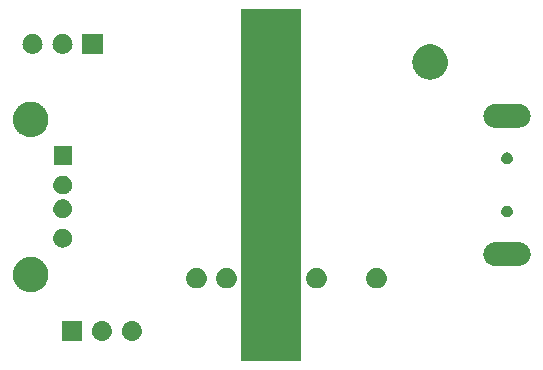
<source format=gbr>
%TF.GenerationSoftware,KiCad,Pcbnew,8.0.1*%
%TF.CreationDate,2024-05-09T21:24:45+03:00*%
%TF.ProjectId,USB_ISOLATOR,5553425f-4953-44f4-9c41-544f522e6b69,rev?*%
%TF.SameCoordinates,Original*%
%TF.FileFunction,Soldermask,Bot*%
%TF.FilePolarity,Negative*%
%FSLAX46Y46*%
G04 Gerber Fmt 4.6, Leading zero omitted, Abs format (unit mm)*
G04 Created by KiCad (PCBNEW 8.0.1) date 2024-05-09 21:24:45*
%MOMM*%
%LPD*%
G01*
G04 APERTURE LIST*
G04 APERTURE END LIST*
G36*
X145019134Y-91520806D02*
G01*
X145025347Y-91527019D01*
X145026416Y-91527462D01*
X145039537Y-91540583D01*
X145039979Y-91541651D01*
X145046194Y-91547866D01*
X145046195Y-91556657D01*
X145046639Y-91557729D01*
X145049994Y-121235000D01*
X145050000Y-121285000D01*
X145046194Y-121304134D01*
X145039978Y-121310349D01*
X145039537Y-121311416D01*
X145026416Y-121324537D01*
X145025349Y-121324978D01*
X145019134Y-121331194D01*
X145010328Y-121331200D01*
X145009237Y-121331653D01*
X140010245Y-121334992D01*
X140000000Y-121335000D01*
X139980866Y-121331194D01*
X139974651Y-121324979D01*
X139973583Y-121324537D01*
X139960462Y-121311416D01*
X139960019Y-121310347D01*
X139953806Y-121304134D01*
X139953804Y-121295344D01*
X139953360Y-121294270D01*
X139950000Y-91573135D01*
X139950000Y-91573127D01*
X139950000Y-91567000D01*
X139953806Y-91547866D01*
X139960018Y-91541653D01*
X139960462Y-91540583D01*
X139973583Y-91527462D01*
X139974653Y-91527018D01*
X139980866Y-91520806D01*
X139989667Y-91520799D01*
X139990762Y-91520346D01*
X144993899Y-91517004D01*
X144993905Y-91517004D01*
X145000000Y-91517000D01*
X145019134Y-91520806D01*
G37*
G36*
X126518800Y-119620400D02*
G01*
X124818800Y-119620400D01*
X124818800Y-117920400D01*
X126518800Y-117920400D01*
X126518800Y-119620400D01*
G37*
G36*
X128249940Y-117925056D02*
G01*
X128297649Y-117925056D01*
X128338845Y-117933812D01*
X128374506Y-117937325D01*
X128419313Y-117950916D01*
X128471464Y-117962002D01*
X128504830Y-117976857D01*
X128533852Y-117985661D01*
X128579967Y-118010310D01*
X128633800Y-118034278D01*
X128658831Y-118052464D01*
X128680697Y-118064152D01*
X128725297Y-118100755D01*
X128777561Y-118138727D01*
X128794531Y-118157574D01*
X128809412Y-118169787D01*
X128849408Y-118218522D01*
X128896464Y-118270783D01*
X128906347Y-118287902D01*
X128915047Y-118298502D01*
X128947227Y-118358707D01*
X128985314Y-118424674D01*
X128989694Y-118438157D01*
X128993538Y-118445347D01*
X129014726Y-118515196D01*
X129040225Y-118593675D01*
X129041122Y-118602216D01*
X129041874Y-118604693D01*
X129049185Y-118678922D01*
X129058800Y-118770400D01*
X129049184Y-118861885D01*
X129041874Y-118936106D01*
X129041122Y-118938582D01*
X129040225Y-118947125D01*
X129014721Y-119025617D01*
X128993538Y-119095452D01*
X128989695Y-119102640D01*
X128985314Y-119116126D01*
X128947220Y-119182104D01*
X128915047Y-119242297D01*
X128906349Y-119252894D01*
X128896464Y-119270017D01*
X128849399Y-119322288D01*
X128809412Y-119371012D01*
X128794534Y-119383221D01*
X128777561Y-119402073D01*
X128725286Y-119440052D01*
X128680697Y-119476647D01*
X128658836Y-119488331D01*
X128633800Y-119506522D01*
X128579955Y-119530494D01*
X128533852Y-119555138D01*
X128504837Y-119563939D01*
X128471464Y-119578798D01*
X128419302Y-119589885D01*
X128374506Y-119603474D01*
X128338853Y-119606985D01*
X128297649Y-119615744D01*
X128249930Y-119615744D01*
X128208800Y-119619795D01*
X128167670Y-119615744D01*
X128119951Y-119615744D01*
X128078746Y-119606985D01*
X128043093Y-119603474D01*
X127998293Y-119589884D01*
X127946136Y-119578798D01*
X127912764Y-119563940D01*
X127883747Y-119555138D01*
X127837638Y-119530492D01*
X127783800Y-119506522D01*
X127758766Y-119488333D01*
X127736902Y-119476647D01*
X127692304Y-119440046D01*
X127640039Y-119402073D01*
X127623067Y-119383224D01*
X127608187Y-119371012D01*
X127568189Y-119322275D01*
X127521136Y-119270017D01*
X127511252Y-119252898D01*
X127502552Y-119242297D01*
X127470365Y-119182081D01*
X127432286Y-119116126D01*
X127427905Y-119102645D01*
X127424061Y-119095452D01*
X127402863Y-119025571D01*
X127377375Y-118947125D01*
X127376477Y-118938587D01*
X127375725Y-118936106D01*
X127368399Y-118861734D01*
X127358800Y-118770400D01*
X127368398Y-118679074D01*
X127375725Y-118604693D01*
X127376477Y-118602211D01*
X127377375Y-118593675D01*
X127402858Y-118515242D01*
X127424061Y-118445347D01*
X127427906Y-118438152D01*
X127432286Y-118424674D01*
X127470358Y-118358730D01*
X127502552Y-118298502D01*
X127511254Y-118287898D01*
X127521136Y-118270783D01*
X127568180Y-118218534D01*
X127608187Y-118169787D01*
X127623071Y-118157571D01*
X127640039Y-118138727D01*
X127692293Y-118100761D01*
X127736902Y-118064152D01*
X127758771Y-118052462D01*
X127783800Y-118034278D01*
X127837626Y-118010312D01*
X127883747Y-117985661D01*
X127912771Y-117976856D01*
X127946136Y-117962002D01*
X127998282Y-117950917D01*
X128043093Y-117937325D01*
X128078755Y-117933812D01*
X128119951Y-117925056D01*
X128167660Y-117925056D01*
X128208800Y-117921004D01*
X128249940Y-117925056D01*
G37*
G36*
X130789940Y-117925056D02*
G01*
X130837649Y-117925056D01*
X130878845Y-117933812D01*
X130914506Y-117937325D01*
X130959313Y-117950916D01*
X131011464Y-117962002D01*
X131044830Y-117976857D01*
X131073852Y-117985661D01*
X131119967Y-118010310D01*
X131173800Y-118034278D01*
X131198831Y-118052464D01*
X131220697Y-118064152D01*
X131265297Y-118100755D01*
X131317561Y-118138727D01*
X131334531Y-118157574D01*
X131349412Y-118169787D01*
X131389408Y-118218522D01*
X131436464Y-118270783D01*
X131446347Y-118287902D01*
X131455047Y-118298502D01*
X131487227Y-118358707D01*
X131525314Y-118424674D01*
X131529694Y-118438157D01*
X131533538Y-118445347D01*
X131554726Y-118515196D01*
X131580225Y-118593675D01*
X131581122Y-118602216D01*
X131581874Y-118604693D01*
X131589185Y-118678922D01*
X131598800Y-118770400D01*
X131589184Y-118861885D01*
X131581874Y-118936106D01*
X131581122Y-118938582D01*
X131580225Y-118947125D01*
X131554721Y-119025617D01*
X131533538Y-119095452D01*
X131529695Y-119102640D01*
X131525314Y-119116126D01*
X131487220Y-119182104D01*
X131455047Y-119242297D01*
X131446349Y-119252894D01*
X131436464Y-119270017D01*
X131389399Y-119322288D01*
X131349412Y-119371012D01*
X131334534Y-119383221D01*
X131317561Y-119402073D01*
X131265286Y-119440052D01*
X131220697Y-119476647D01*
X131198836Y-119488331D01*
X131173800Y-119506522D01*
X131119955Y-119530494D01*
X131073852Y-119555138D01*
X131044837Y-119563939D01*
X131011464Y-119578798D01*
X130959302Y-119589885D01*
X130914506Y-119603474D01*
X130878853Y-119606985D01*
X130837649Y-119615744D01*
X130789930Y-119615744D01*
X130748800Y-119619795D01*
X130707670Y-119615744D01*
X130659951Y-119615744D01*
X130618746Y-119606985D01*
X130583093Y-119603474D01*
X130538293Y-119589884D01*
X130486136Y-119578798D01*
X130452764Y-119563940D01*
X130423747Y-119555138D01*
X130377638Y-119530492D01*
X130323800Y-119506522D01*
X130298766Y-119488333D01*
X130276902Y-119476647D01*
X130232304Y-119440046D01*
X130180039Y-119402073D01*
X130163067Y-119383224D01*
X130148187Y-119371012D01*
X130108189Y-119322275D01*
X130061136Y-119270017D01*
X130051252Y-119252898D01*
X130042552Y-119242297D01*
X130010365Y-119182081D01*
X129972286Y-119116126D01*
X129967905Y-119102645D01*
X129964061Y-119095452D01*
X129942863Y-119025571D01*
X129917375Y-118947125D01*
X129916477Y-118938587D01*
X129915725Y-118936106D01*
X129908399Y-118861734D01*
X129898800Y-118770400D01*
X129908398Y-118679074D01*
X129915725Y-118604693D01*
X129916477Y-118602211D01*
X129917375Y-118593675D01*
X129942858Y-118515242D01*
X129964061Y-118445347D01*
X129967906Y-118438152D01*
X129972286Y-118424674D01*
X130010358Y-118358730D01*
X130042552Y-118298502D01*
X130051254Y-118287898D01*
X130061136Y-118270783D01*
X130108180Y-118218534D01*
X130148187Y-118169787D01*
X130163071Y-118157571D01*
X130180039Y-118138727D01*
X130232293Y-118100761D01*
X130276902Y-118064152D01*
X130298771Y-118052462D01*
X130323800Y-118034278D01*
X130377626Y-118010312D01*
X130423747Y-117985661D01*
X130452771Y-117976856D01*
X130486136Y-117962002D01*
X130538282Y-117950917D01*
X130583093Y-117937325D01*
X130618755Y-117933812D01*
X130659951Y-117925056D01*
X130707660Y-117925056D01*
X130748800Y-117921004D01*
X130789940Y-117925056D01*
G37*
G36*
X122242589Y-112491723D02*
G01*
X122306269Y-112491723D01*
X122363109Y-112501208D01*
X122416994Y-112505449D01*
X122481892Y-112521029D01*
X122550628Y-112532500D01*
X122599377Y-112549235D01*
X122645805Y-112560382D01*
X122713381Y-112588372D01*
X122784943Y-112612940D01*
X122824914Y-112634571D01*
X122863210Y-112650434D01*
X122931086Y-112692028D01*
X123002822Y-112730850D01*
X123033863Y-112755010D01*
X123063851Y-112773387D01*
X123129385Y-112829358D01*
X123198322Y-112883014D01*
X123220808Y-112907440D01*
X123242787Y-112926212D01*
X123303137Y-112996873D01*
X123366111Y-113065281D01*
X123380914Y-113087939D01*
X123395612Y-113105148D01*
X123447841Y-113190378D01*
X123501611Y-113272679D01*
X123510012Y-113291832D01*
X123518565Y-113305789D01*
X123559783Y-113405298D01*
X123601126Y-113499551D01*
X123604747Y-113513852D01*
X123608617Y-113523194D01*
X123636063Y-113637514D01*
X123661942Y-113739708D01*
X123662650Y-113748258D01*
X123663550Y-113752005D01*
X123674692Y-113893583D01*
X123682400Y-113986600D01*
X123674691Y-114079624D01*
X123663550Y-114221194D01*
X123662650Y-114224940D01*
X123661942Y-114233492D01*
X123636058Y-114335703D01*
X123608617Y-114450005D01*
X123604748Y-114459344D01*
X123601126Y-114473649D01*
X123559775Y-114567918D01*
X123518565Y-114667410D01*
X123510014Y-114681363D01*
X123501611Y-114700521D01*
X123447831Y-114782837D01*
X123395612Y-114868051D01*
X123380917Y-114885256D01*
X123366111Y-114907919D01*
X123303125Y-114976339D01*
X123242787Y-115046987D01*
X123220812Y-115065755D01*
X123198322Y-115090186D01*
X123129372Y-115143851D01*
X123063851Y-115199812D01*
X123033869Y-115218184D01*
X123002822Y-115242350D01*
X122931072Y-115281178D01*
X122863210Y-115322765D01*
X122824922Y-115338624D01*
X122784943Y-115360260D01*
X122713366Y-115384831D01*
X122645805Y-115412817D01*
X122599387Y-115423960D01*
X122550628Y-115440700D01*
X122481879Y-115452172D01*
X122416994Y-115467750D01*
X122363121Y-115471989D01*
X122306269Y-115481477D01*
X122242576Y-115481477D01*
X122182400Y-115486213D01*
X122122223Y-115481477D01*
X122058531Y-115481477D01*
X122001679Y-115471990D01*
X121947805Y-115467750D01*
X121882917Y-115452171D01*
X121814172Y-115440700D01*
X121765414Y-115423961D01*
X121718994Y-115412817D01*
X121651427Y-115384829D01*
X121579857Y-115360260D01*
X121539880Y-115338625D01*
X121501589Y-115322765D01*
X121433719Y-115281174D01*
X121361978Y-115242350D01*
X121330934Y-115218187D01*
X121300948Y-115199812D01*
X121235416Y-115143842D01*
X121166478Y-115090186D01*
X121143991Y-115065759D01*
X121122012Y-115046987D01*
X121061660Y-114976324D01*
X120998689Y-114907919D01*
X120983886Y-114885261D01*
X120969187Y-114868051D01*
X120916952Y-114782812D01*
X120863189Y-114700521D01*
X120854788Y-114681369D01*
X120846234Y-114667410D01*
X120805006Y-114567877D01*
X120763674Y-114473649D01*
X120760053Y-114459351D01*
X120756182Y-114450005D01*
X120728722Y-114335627D01*
X120702858Y-114233492D01*
X120702149Y-114224946D01*
X120701249Y-114221194D01*
X120690088Y-114079383D01*
X120682400Y-113986600D01*
X120690087Y-113893823D01*
X120701249Y-113752005D01*
X120702150Y-113748251D01*
X120702858Y-113739708D01*
X120728717Y-113637590D01*
X120756182Y-113523194D01*
X120760053Y-113513846D01*
X120763674Y-113499551D01*
X120804998Y-113405339D01*
X120846234Y-113305789D01*
X120854789Y-113291826D01*
X120863189Y-113272679D01*
X120916942Y-113190402D01*
X120969187Y-113105148D01*
X120983888Y-113087934D01*
X120998689Y-113065281D01*
X121061648Y-112996888D01*
X121122012Y-112926212D01*
X121143995Y-112907436D01*
X121166478Y-112883014D01*
X121235402Y-112829367D01*
X121300948Y-112773387D01*
X121330940Y-112755007D01*
X121361978Y-112730850D01*
X121433705Y-112692033D01*
X121501589Y-112650434D01*
X121539888Y-112634569D01*
X121579857Y-112612940D01*
X121651413Y-112588374D01*
X121718994Y-112560382D01*
X121765424Y-112549234D01*
X121814172Y-112532500D01*
X121882903Y-112521030D01*
X121947805Y-112505449D01*
X122001690Y-112501208D01*
X122058531Y-112491723D01*
X122122211Y-112491723D01*
X122182400Y-112486986D01*
X122242589Y-112491723D01*
G37*
G36*
X136262729Y-113429793D02*
G01*
X136311662Y-113429793D01*
X136353917Y-113438774D01*
X136390783Y-113442406D01*
X136437102Y-113456456D01*
X136490590Y-113467826D01*
X136524812Y-113483062D01*
X136554819Y-113492165D01*
X136602508Y-113517654D01*
X136657700Y-113542228D01*
X136683358Y-113560870D01*
X136705987Y-113572965D01*
X136752141Y-113610843D01*
X136805689Y-113649748D01*
X136823078Y-113669060D01*
X136838490Y-113681709D01*
X136879910Y-113732179D01*
X136928090Y-113785688D01*
X136938210Y-113803216D01*
X136947234Y-113814212D01*
X136980613Y-113876662D01*
X137019552Y-113944105D01*
X137024031Y-113957892D01*
X137028034Y-113965380D01*
X137050095Y-114038107D01*
X137076079Y-114118077D01*
X137076993Y-114126781D01*
X137077793Y-114129416D01*
X137085577Y-114208444D01*
X137095200Y-114300000D01*
X137085576Y-114391563D01*
X137077793Y-114470583D01*
X137076994Y-114473216D01*
X137076079Y-114481923D01*
X137050090Y-114561906D01*
X137028034Y-114634619D01*
X137024032Y-114642105D01*
X137019552Y-114655895D01*
X136980606Y-114723350D01*
X136947234Y-114785787D01*
X136938211Y-114796780D01*
X136928090Y-114814312D01*
X136879901Y-114867831D01*
X136838490Y-114918290D01*
X136823081Y-114930935D01*
X136805689Y-114950252D01*
X136752130Y-114989164D01*
X136705987Y-115027034D01*
X136683363Y-115039126D01*
X136657700Y-115057772D01*
X136602496Y-115082349D01*
X136554819Y-115107834D01*
X136524819Y-115116934D01*
X136490590Y-115132174D01*
X136437091Y-115143545D01*
X136390783Y-115157593D01*
X136353926Y-115161223D01*
X136311662Y-115170207D01*
X136262719Y-115170207D01*
X136220200Y-115174395D01*
X136177681Y-115170207D01*
X136128738Y-115170207D01*
X136086474Y-115161223D01*
X136049616Y-115157593D01*
X136003304Y-115143544D01*
X135949810Y-115132174D01*
X135915582Y-115116935D01*
X135885580Y-115107834D01*
X135837897Y-115082347D01*
X135782700Y-115057772D01*
X135757038Y-115039128D01*
X135734412Y-115027034D01*
X135688260Y-114989157D01*
X135634711Y-114950252D01*
X135617321Y-114930938D01*
X135601909Y-114918290D01*
X135560487Y-114867818D01*
X135512310Y-114814312D01*
X135502190Y-114796784D01*
X135493165Y-114785787D01*
X135459779Y-114723326D01*
X135420848Y-114655895D01*
X135416368Y-114642110D01*
X135412365Y-114634619D01*
X135390294Y-114561860D01*
X135364321Y-114481923D01*
X135363406Y-114473221D01*
X135362606Y-114470583D01*
X135354807Y-114391412D01*
X135345200Y-114300000D01*
X135354807Y-114208595D01*
X135362606Y-114129416D01*
X135363406Y-114126776D01*
X135364321Y-114118077D01*
X135390289Y-114038153D01*
X135412365Y-113965380D01*
X135416369Y-113957887D01*
X135420848Y-113944105D01*
X135459772Y-113876685D01*
X135493165Y-113814212D01*
X135502192Y-113803212D01*
X135512310Y-113785688D01*
X135560478Y-113732191D01*
X135601909Y-113681709D01*
X135617324Y-113669057D01*
X135634711Y-113649748D01*
X135688249Y-113610849D01*
X135734412Y-113572965D01*
X135757044Y-113560868D01*
X135782700Y-113542228D01*
X135837886Y-113517657D01*
X135885580Y-113492165D01*
X135915589Y-113483061D01*
X135949810Y-113467826D01*
X136003293Y-113456457D01*
X136049616Y-113442406D01*
X136086483Y-113438774D01*
X136128738Y-113429793D01*
X136177671Y-113429793D01*
X136220200Y-113425604D01*
X136262729Y-113429793D01*
G37*
G36*
X138802729Y-113429793D02*
G01*
X138851662Y-113429793D01*
X138893917Y-113438774D01*
X138930783Y-113442406D01*
X138977102Y-113456456D01*
X139030590Y-113467826D01*
X139064812Y-113483062D01*
X139094819Y-113492165D01*
X139142508Y-113517654D01*
X139197700Y-113542228D01*
X139223358Y-113560870D01*
X139245987Y-113572965D01*
X139292141Y-113610843D01*
X139345689Y-113649748D01*
X139363078Y-113669060D01*
X139378490Y-113681709D01*
X139419910Y-113732179D01*
X139468090Y-113785688D01*
X139478210Y-113803216D01*
X139487234Y-113814212D01*
X139520613Y-113876662D01*
X139559552Y-113944105D01*
X139564031Y-113957892D01*
X139568034Y-113965380D01*
X139590095Y-114038107D01*
X139616079Y-114118077D01*
X139616993Y-114126781D01*
X139617793Y-114129416D01*
X139625577Y-114208444D01*
X139635200Y-114300000D01*
X139625576Y-114391563D01*
X139617793Y-114470583D01*
X139616994Y-114473216D01*
X139616079Y-114481923D01*
X139590090Y-114561906D01*
X139568034Y-114634619D01*
X139564032Y-114642105D01*
X139559552Y-114655895D01*
X139520606Y-114723350D01*
X139487234Y-114785787D01*
X139478211Y-114796780D01*
X139468090Y-114814312D01*
X139419901Y-114867831D01*
X139378490Y-114918290D01*
X139363081Y-114930935D01*
X139345689Y-114950252D01*
X139292130Y-114989164D01*
X139245987Y-115027034D01*
X139223363Y-115039126D01*
X139197700Y-115057772D01*
X139142496Y-115082349D01*
X139094819Y-115107834D01*
X139064819Y-115116934D01*
X139030590Y-115132174D01*
X138977091Y-115143545D01*
X138930783Y-115157593D01*
X138893926Y-115161223D01*
X138851662Y-115170207D01*
X138802719Y-115170207D01*
X138760200Y-115174395D01*
X138717681Y-115170207D01*
X138668738Y-115170207D01*
X138626474Y-115161223D01*
X138589616Y-115157593D01*
X138543304Y-115143544D01*
X138489810Y-115132174D01*
X138455582Y-115116935D01*
X138425580Y-115107834D01*
X138377897Y-115082347D01*
X138322700Y-115057772D01*
X138297038Y-115039128D01*
X138274412Y-115027034D01*
X138228260Y-114989157D01*
X138174711Y-114950252D01*
X138157321Y-114930938D01*
X138141909Y-114918290D01*
X138100487Y-114867818D01*
X138052310Y-114814312D01*
X138042190Y-114796784D01*
X138033165Y-114785787D01*
X137999779Y-114723326D01*
X137960848Y-114655895D01*
X137956368Y-114642110D01*
X137952365Y-114634619D01*
X137930294Y-114561860D01*
X137904321Y-114481923D01*
X137903406Y-114473221D01*
X137902606Y-114470583D01*
X137894807Y-114391412D01*
X137885200Y-114300000D01*
X137894807Y-114208595D01*
X137902606Y-114129416D01*
X137903406Y-114126776D01*
X137904321Y-114118077D01*
X137930289Y-114038153D01*
X137952365Y-113965380D01*
X137956369Y-113957887D01*
X137960848Y-113944105D01*
X137999772Y-113876685D01*
X138033165Y-113814212D01*
X138042192Y-113803212D01*
X138052310Y-113785688D01*
X138100478Y-113732191D01*
X138141909Y-113681709D01*
X138157324Y-113669057D01*
X138174711Y-113649748D01*
X138228249Y-113610849D01*
X138274412Y-113572965D01*
X138297044Y-113560868D01*
X138322700Y-113542228D01*
X138377886Y-113517657D01*
X138425580Y-113492165D01*
X138455589Y-113483061D01*
X138489810Y-113467826D01*
X138543293Y-113456457D01*
X138589616Y-113442406D01*
X138626483Y-113438774D01*
X138668738Y-113429793D01*
X138717671Y-113429793D01*
X138760200Y-113425604D01*
X138802729Y-113429793D01*
G37*
G36*
X146422729Y-113429793D02*
G01*
X146471662Y-113429793D01*
X146513917Y-113438774D01*
X146550783Y-113442406D01*
X146597102Y-113456456D01*
X146650590Y-113467826D01*
X146684812Y-113483062D01*
X146714819Y-113492165D01*
X146762508Y-113517654D01*
X146817700Y-113542228D01*
X146843358Y-113560870D01*
X146865987Y-113572965D01*
X146912141Y-113610843D01*
X146965689Y-113649748D01*
X146983078Y-113669060D01*
X146998490Y-113681709D01*
X147039910Y-113732179D01*
X147088090Y-113785688D01*
X147098210Y-113803216D01*
X147107234Y-113814212D01*
X147140613Y-113876662D01*
X147179552Y-113944105D01*
X147184031Y-113957892D01*
X147188034Y-113965380D01*
X147210095Y-114038107D01*
X147236079Y-114118077D01*
X147236993Y-114126781D01*
X147237793Y-114129416D01*
X147245577Y-114208444D01*
X147255200Y-114300000D01*
X147245576Y-114391563D01*
X147237793Y-114470583D01*
X147236994Y-114473216D01*
X147236079Y-114481923D01*
X147210090Y-114561906D01*
X147188034Y-114634619D01*
X147184032Y-114642105D01*
X147179552Y-114655895D01*
X147140606Y-114723350D01*
X147107234Y-114785787D01*
X147098211Y-114796780D01*
X147088090Y-114814312D01*
X147039901Y-114867831D01*
X146998490Y-114918290D01*
X146983081Y-114930935D01*
X146965689Y-114950252D01*
X146912130Y-114989164D01*
X146865987Y-115027034D01*
X146843363Y-115039126D01*
X146817700Y-115057772D01*
X146762496Y-115082349D01*
X146714819Y-115107834D01*
X146684819Y-115116934D01*
X146650590Y-115132174D01*
X146597091Y-115143545D01*
X146550783Y-115157593D01*
X146513926Y-115161223D01*
X146471662Y-115170207D01*
X146422719Y-115170207D01*
X146380200Y-115174395D01*
X146337681Y-115170207D01*
X146288738Y-115170207D01*
X146246474Y-115161223D01*
X146209616Y-115157593D01*
X146163304Y-115143544D01*
X146109810Y-115132174D01*
X146075582Y-115116935D01*
X146045580Y-115107834D01*
X145997897Y-115082347D01*
X145942700Y-115057772D01*
X145917038Y-115039128D01*
X145894412Y-115027034D01*
X145848260Y-114989157D01*
X145794711Y-114950252D01*
X145777321Y-114930938D01*
X145761909Y-114918290D01*
X145720487Y-114867818D01*
X145672310Y-114814312D01*
X145662190Y-114796784D01*
X145653165Y-114785787D01*
X145619779Y-114723326D01*
X145580848Y-114655895D01*
X145576368Y-114642110D01*
X145572365Y-114634619D01*
X145550294Y-114561860D01*
X145524321Y-114481923D01*
X145523406Y-114473221D01*
X145522606Y-114470583D01*
X145514807Y-114391412D01*
X145505200Y-114300000D01*
X145514807Y-114208595D01*
X145522606Y-114129416D01*
X145523406Y-114126776D01*
X145524321Y-114118077D01*
X145550289Y-114038153D01*
X145572365Y-113965380D01*
X145576369Y-113957887D01*
X145580848Y-113944105D01*
X145619772Y-113876685D01*
X145653165Y-113814212D01*
X145662192Y-113803212D01*
X145672310Y-113785688D01*
X145720478Y-113732191D01*
X145761909Y-113681709D01*
X145777324Y-113669057D01*
X145794711Y-113649748D01*
X145848249Y-113610849D01*
X145894412Y-113572965D01*
X145917044Y-113560868D01*
X145942700Y-113542228D01*
X145997886Y-113517657D01*
X146045580Y-113492165D01*
X146075589Y-113483061D01*
X146109810Y-113467826D01*
X146163293Y-113456457D01*
X146209616Y-113442406D01*
X146246483Y-113438774D01*
X146288738Y-113429793D01*
X146337671Y-113429793D01*
X146380200Y-113425604D01*
X146422729Y-113429793D01*
G37*
G36*
X151502729Y-113429793D02*
G01*
X151551662Y-113429793D01*
X151593917Y-113438774D01*
X151630783Y-113442406D01*
X151677102Y-113456456D01*
X151730590Y-113467826D01*
X151764812Y-113483062D01*
X151794819Y-113492165D01*
X151842508Y-113517654D01*
X151897700Y-113542228D01*
X151923358Y-113560870D01*
X151945987Y-113572965D01*
X151992141Y-113610843D01*
X152045689Y-113649748D01*
X152063078Y-113669060D01*
X152078490Y-113681709D01*
X152119910Y-113732179D01*
X152168090Y-113785688D01*
X152178210Y-113803216D01*
X152187234Y-113814212D01*
X152220613Y-113876662D01*
X152259552Y-113944105D01*
X152264031Y-113957892D01*
X152268034Y-113965380D01*
X152290095Y-114038107D01*
X152316079Y-114118077D01*
X152316993Y-114126781D01*
X152317793Y-114129416D01*
X152325577Y-114208444D01*
X152335200Y-114300000D01*
X152325576Y-114391563D01*
X152317793Y-114470583D01*
X152316994Y-114473216D01*
X152316079Y-114481923D01*
X152290090Y-114561906D01*
X152268034Y-114634619D01*
X152264032Y-114642105D01*
X152259552Y-114655895D01*
X152220606Y-114723350D01*
X152187234Y-114785787D01*
X152178211Y-114796780D01*
X152168090Y-114814312D01*
X152119901Y-114867831D01*
X152078490Y-114918290D01*
X152063081Y-114930935D01*
X152045689Y-114950252D01*
X151992130Y-114989164D01*
X151945987Y-115027034D01*
X151923363Y-115039126D01*
X151897700Y-115057772D01*
X151842496Y-115082349D01*
X151794819Y-115107834D01*
X151764819Y-115116934D01*
X151730590Y-115132174D01*
X151677091Y-115143545D01*
X151630783Y-115157593D01*
X151593926Y-115161223D01*
X151551662Y-115170207D01*
X151502719Y-115170207D01*
X151460200Y-115174395D01*
X151417681Y-115170207D01*
X151368738Y-115170207D01*
X151326474Y-115161223D01*
X151289616Y-115157593D01*
X151243304Y-115143544D01*
X151189810Y-115132174D01*
X151155582Y-115116935D01*
X151125580Y-115107834D01*
X151077897Y-115082347D01*
X151022700Y-115057772D01*
X150997038Y-115039128D01*
X150974412Y-115027034D01*
X150928260Y-114989157D01*
X150874711Y-114950252D01*
X150857321Y-114930938D01*
X150841909Y-114918290D01*
X150800487Y-114867818D01*
X150752310Y-114814312D01*
X150742190Y-114796784D01*
X150733165Y-114785787D01*
X150699779Y-114723326D01*
X150660848Y-114655895D01*
X150656368Y-114642110D01*
X150652365Y-114634619D01*
X150630294Y-114561860D01*
X150604321Y-114481923D01*
X150603406Y-114473221D01*
X150602606Y-114470583D01*
X150594807Y-114391412D01*
X150585200Y-114300000D01*
X150594807Y-114208595D01*
X150602606Y-114129416D01*
X150603406Y-114126776D01*
X150604321Y-114118077D01*
X150630289Y-114038153D01*
X150652365Y-113965380D01*
X150656369Y-113957887D01*
X150660848Y-113944105D01*
X150699772Y-113876685D01*
X150733165Y-113814212D01*
X150742192Y-113803212D01*
X150752310Y-113785688D01*
X150800478Y-113732191D01*
X150841909Y-113681709D01*
X150857324Y-113669057D01*
X150874711Y-113649748D01*
X150928249Y-113610849D01*
X150974412Y-113572965D01*
X150997044Y-113560868D01*
X151022700Y-113542228D01*
X151077886Y-113517657D01*
X151125580Y-113492165D01*
X151155589Y-113483061D01*
X151189810Y-113467826D01*
X151243293Y-113456457D01*
X151289616Y-113442406D01*
X151326483Y-113438774D01*
X151368738Y-113429793D01*
X151417671Y-113429793D01*
X151460200Y-113425604D01*
X151502729Y-113429793D01*
G37*
G36*
X163519012Y-111261682D02*
G01*
X163585196Y-111264282D01*
X163591156Y-111265226D01*
X163607217Y-111266015D01*
X163650520Y-111274628D01*
X163742555Y-111289206D01*
X163772156Y-111298823D01*
X163799485Y-111304260D01*
X163838046Y-111320232D01*
X163891732Y-111337676D01*
X163942028Y-111363303D01*
X163980597Y-111379279D01*
X164003767Y-111394760D01*
X164031501Y-111408892D01*
X164106896Y-111463670D01*
X164143593Y-111488190D01*
X164151424Y-111496021D01*
X164158391Y-111501083D01*
X164269316Y-111612008D01*
X164274377Y-111618974D01*
X164282210Y-111626807D01*
X164306732Y-111663508D01*
X164361507Y-111738898D01*
X164375637Y-111766629D01*
X164391121Y-111789803D01*
X164407098Y-111828376D01*
X164432723Y-111878667D01*
X164450164Y-111932345D01*
X164466140Y-111970915D01*
X164471577Y-111998249D01*
X164481193Y-112027844D01*
X164495767Y-112119861D01*
X164504385Y-112163183D01*
X164504385Y-112174266D01*
X164505732Y-112182771D01*
X164505732Y-112339628D01*
X164504385Y-112348132D01*
X164504385Y-112359217D01*
X164495767Y-112402541D01*
X164481193Y-112494555D01*
X164471577Y-112524148D01*
X164466140Y-112551485D01*
X164450162Y-112590058D01*
X164432723Y-112643732D01*
X164407100Y-112694018D01*
X164391121Y-112732597D01*
X164375634Y-112755773D01*
X164361507Y-112783501D01*
X164306741Y-112858879D01*
X164282210Y-112895593D01*
X164274374Y-112903428D01*
X164269316Y-112910391D01*
X164158391Y-113021316D01*
X164151428Y-113026374D01*
X164143593Y-113034210D01*
X164106879Y-113058741D01*
X164031501Y-113113507D01*
X164003773Y-113127634D01*
X163980597Y-113143121D01*
X163942018Y-113159100D01*
X163891732Y-113184723D01*
X163838058Y-113202162D01*
X163799485Y-113218140D01*
X163772148Y-113223577D01*
X163742555Y-113233193D01*
X163650544Y-113247766D01*
X163607217Y-113256385D01*
X163595968Y-113256410D01*
X163587526Y-113257748D01*
X161511555Y-113261195D01*
X161511545Y-113261194D01*
X161509200Y-113261200D01*
X161499289Y-113260713D01*
X161433203Y-113258117D01*
X161427251Y-113257174D01*
X161411183Y-113256385D01*
X161367858Y-113247767D01*
X161275844Y-113233193D01*
X161246249Y-113223577D01*
X161218915Y-113218140D01*
X161180345Y-113202164D01*
X161126667Y-113184723D01*
X161076376Y-113159098D01*
X161037803Y-113143121D01*
X161014629Y-113127637D01*
X160986898Y-113113507D01*
X160911508Y-113058732D01*
X160874807Y-113034210D01*
X160866974Y-113026377D01*
X160860008Y-113021316D01*
X160749083Y-112910391D01*
X160744021Y-112903424D01*
X160736190Y-112895593D01*
X160711670Y-112858896D01*
X160656892Y-112783501D01*
X160642760Y-112755767D01*
X160627279Y-112732597D01*
X160611303Y-112694028D01*
X160585676Y-112643732D01*
X160568232Y-112590046D01*
X160552260Y-112551485D01*
X160546823Y-112524156D01*
X160537206Y-112494555D01*
X160522630Y-112402531D01*
X160514015Y-112359217D01*
X160514015Y-112348132D01*
X160512668Y-112339628D01*
X160512668Y-112182771D01*
X160514015Y-112174266D01*
X160514015Y-112163183D01*
X160522630Y-112119871D01*
X160537206Y-112027844D01*
X160546824Y-111998241D01*
X160552260Y-111970915D01*
X160568231Y-111932356D01*
X160585676Y-111878667D01*
X160611305Y-111828365D01*
X160627279Y-111789803D01*
X160642758Y-111766636D01*
X160656892Y-111738898D01*
X160711678Y-111663490D01*
X160736190Y-111626807D01*
X160744018Y-111618978D01*
X160749083Y-111612008D01*
X160860008Y-111501083D01*
X160866978Y-111496018D01*
X160874807Y-111488190D01*
X160911490Y-111463678D01*
X160986898Y-111408892D01*
X161014636Y-111394758D01*
X161037803Y-111379279D01*
X161076365Y-111363305D01*
X161126667Y-111337676D01*
X161180356Y-111320231D01*
X161218915Y-111304260D01*
X161246241Y-111298824D01*
X161275844Y-111289206D01*
X161367884Y-111274627D01*
X161411183Y-111266015D01*
X161422424Y-111265989D01*
X161430873Y-111264651D01*
X163506844Y-111261204D01*
X163506877Y-111261205D01*
X163509200Y-111261200D01*
X163519012Y-111261682D01*
G37*
G36*
X124937370Y-110121667D02*
G01*
X124975953Y-110121667D01*
X125019477Y-110130918D01*
X125070417Y-110136658D01*
X125107459Y-110149619D01*
X125139396Y-110156408D01*
X125185423Y-110176900D01*
X125239507Y-110195825D01*
X125267655Y-110213512D01*
X125292057Y-110224376D01*
X125337553Y-110257431D01*
X125391192Y-110291135D01*
X125410457Y-110310400D01*
X125427243Y-110322596D01*
X125468742Y-110368685D01*
X125517865Y-110417808D01*
X125529163Y-110435789D01*
X125539056Y-110446776D01*
X125572902Y-110505400D01*
X125613175Y-110569493D01*
X125618202Y-110583861D01*
X125622607Y-110591490D01*
X125645163Y-110660910D01*
X125672342Y-110738583D01*
X125673372Y-110747728D01*
X125674245Y-110750414D01*
X125682152Y-110825649D01*
X125692400Y-110916600D01*
X125682151Y-111007558D01*
X125674245Y-111082785D01*
X125673372Y-111085469D01*
X125672342Y-111094617D01*
X125645158Y-111172302D01*
X125622607Y-111241709D01*
X125618203Y-111249335D01*
X125613175Y-111263707D01*
X125572895Y-111327810D01*
X125539056Y-111386423D01*
X125529165Y-111397407D01*
X125517865Y-111415392D01*
X125468733Y-111464523D01*
X125427243Y-111510603D01*
X125410460Y-111522796D01*
X125391192Y-111542065D01*
X125337543Y-111575774D01*
X125292057Y-111608823D01*
X125267661Y-111619684D01*
X125239507Y-111637375D01*
X125185412Y-111656303D01*
X125139396Y-111676791D01*
X125107465Y-111683578D01*
X125070417Y-111696542D01*
X125019474Y-111702281D01*
X124975953Y-111711533D01*
X124937370Y-111711533D01*
X124892400Y-111716600D01*
X124847430Y-111711533D01*
X124808847Y-111711533D01*
X124765324Y-111702281D01*
X124714383Y-111696542D01*
X124677336Y-111683578D01*
X124645403Y-111676791D01*
X124599382Y-111656301D01*
X124545293Y-111637375D01*
X124517141Y-111619686D01*
X124492742Y-111608823D01*
X124447249Y-111575769D01*
X124393608Y-111542065D01*
X124374341Y-111522798D01*
X124357556Y-111510603D01*
X124316056Y-111464513D01*
X124266935Y-111415392D01*
X124255636Y-111397411D01*
X124245743Y-111386423D01*
X124211891Y-111327791D01*
X124171625Y-111263707D01*
X124166597Y-111249340D01*
X124162192Y-111241709D01*
X124139627Y-111172262D01*
X124112458Y-111094617D01*
X124111427Y-111085474D01*
X124110554Y-111082785D01*
X124102633Y-111007426D01*
X124092400Y-110916600D01*
X124102632Y-110825781D01*
X124110554Y-110750414D01*
X124111428Y-110747724D01*
X124112458Y-110738583D01*
X124139622Y-110660950D01*
X124162192Y-110591490D01*
X124166598Y-110583857D01*
X124171625Y-110569493D01*
X124211884Y-110505419D01*
X124245743Y-110446776D01*
X124255639Y-110435785D01*
X124266935Y-110417808D01*
X124316047Y-110368695D01*
X124357556Y-110322596D01*
X124374345Y-110310397D01*
X124393608Y-110291135D01*
X124447245Y-110257432D01*
X124492746Y-110224374D01*
X124517148Y-110213509D01*
X124545293Y-110195825D01*
X124599362Y-110176905D01*
X124645398Y-110156409D01*
X124677342Y-110149619D01*
X124714383Y-110136658D01*
X124765322Y-110130918D01*
X124808847Y-110121667D01*
X124847430Y-110121667D01*
X124892400Y-110116600D01*
X124937370Y-110121667D01*
G37*
G36*
X124937370Y-107621667D02*
G01*
X124975953Y-107621667D01*
X125019477Y-107630918D01*
X125070417Y-107636658D01*
X125107459Y-107649619D01*
X125139396Y-107656408D01*
X125185423Y-107676900D01*
X125239507Y-107695825D01*
X125267655Y-107713512D01*
X125292057Y-107724376D01*
X125337553Y-107757431D01*
X125391192Y-107791135D01*
X125410457Y-107810400D01*
X125427243Y-107822596D01*
X125468742Y-107868685D01*
X125517865Y-107917808D01*
X125529163Y-107935789D01*
X125539056Y-107946776D01*
X125572902Y-108005400D01*
X125613175Y-108069493D01*
X125618202Y-108083861D01*
X125622607Y-108091490D01*
X125645163Y-108160910D01*
X125672342Y-108238583D01*
X125673372Y-108247728D01*
X125674245Y-108250414D01*
X125682152Y-108325649D01*
X125692400Y-108416600D01*
X125682151Y-108507558D01*
X125674245Y-108582785D01*
X125673372Y-108585469D01*
X125672342Y-108594617D01*
X125645158Y-108672302D01*
X125622607Y-108741709D01*
X125618203Y-108749335D01*
X125613175Y-108763707D01*
X125572895Y-108827810D01*
X125539056Y-108886423D01*
X125529165Y-108897407D01*
X125517865Y-108915392D01*
X125468733Y-108964523D01*
X125427243Y-109010603D01*
X125410460Y-109022796D01*
X125391192Y-109042065D01*
X125337543Y-109075774D01*
X125292057Y-109108823D01*
X125267661Y-109119684D01*
X125239507Y-109137375D01*
X125185412Y-109156303D01*
X125139396Y-109176791D01*
X125107465Y-109183578D01*
X125070417Y-109196542D01*
X125019474Y-109202281D01*
X124975953Y-109211533D01*
X124937370Y-109211533D01*
X124892400Y-109216600D01*
X124847430Y-109211533D01*
X124808847Y-109211533D01*
X124765324Y-109202281D01*
X124714383Y-109196542D01*
X124677336Y-109183578D01*
X124645403Y-109176791D01*
X124599382Y-109156301D01*
X124545293Y-109137375D01*
X124517141Y-109119686D01*
X124492742Y-109108823D01*
X124447249Y-109075769D01*
X124393608Y-109042065D01*
X124374341Y-109022798D01*
X124357556Y-109010603D01*
X124316056Y-108964513D01*
X124266935Y-108915392D01*
X124255636Y-108897411D01*
X124245743Y-108886423D01*
X124211891Y-108827791D01*
X124171625Y-108763707D01*
X124166597Y-108749340D01*
X124162192Y-108741709D01*
X124139627Y-108672262D01*
X124112458Y-108594617D01*
X124111427Y-108585474D01*
X124110554Y-108582785D01*
X124102633Y-108507426D01*
X124092400Y-108416600D01*
X124102632Y-108325781D01*
X124110554Y-108250414D01*
X124111428Y-108247724D01*
X124112458Y-108238583D01*
X124139622Y-108160950D01*
X124162192Y-108091490D01*
X124166598Y-108083857D01*
X124171625Y-108069493D01*
X124211884Y-108005419D01*
X124245743Y-107946776D01*
X124255639Y-107935785D01*
X124266935Y-107917808D01*
X124316047Y-107868695D01*
X124357556Y-107822596D01*
X124374345Y-107810397D01*
X124393608Y-107791135D01*
X124447245Y-107757432D01*
X124492746Y-107724374D01*
X124517148Y-107713509D01*
X124545293Y-107695825D01*
X124599362Y-107676905D01*
X124645398Y-107656409D01*
X124677342Y-107649619D01*
X124714383Y-107636658D01*
X124765322Y-107630918D01*
X124808847Y-107621667D01*
X124847430Y-107621667D01*
X124892400Y-107616600D01*
X124937370Y-107621667D01*
G37*
G36*
X162571515Y-108166289D02*
G01*
X162580357Y-108166289D01*
X162626569Y-108179858D01*
X162686178Y-108194550D01*
X162698334Y-108200930D01*
X162716908Y-108206384D01*
X162753359Y-108229809D01*
X162792710Y-108250463D01*
X162811768Y-108267347D01*
X162836630Y-108283325D01*
X162859185Y-108309355D01*
X162882767Y-108330247D01*
X162904223Y-108361331D01*
X162929827Y-108390880D01*
X162940009Y-108413177D01*
X162951115Y-108429266D01*
X162969523Y-108477804D01*
X162988946Y-108520334D01*
X162990956Y-108534316D01*
X162993779Y-108541759D01*
X163003292Y-108620111D01*
X163009200Y-108661200D01*
X163003291Y-108702290D01*
X162993779Y-108780640D01*
X162990956Y-108788081D01*
X162988946Y-108802066D01*
X162969521Y-108844600D01*
X162951115Y-108893133D01*
X162940011Y-108909219D01*
X162929827Y-108931520D01*
X162904219Y-108961072D01*
X162882767Y-108992152D01*
X162859189Y-109013039D01*
X162836630Y-109039075D01*
X162811764Y-109055055D01*
X162792710Y-109071936D01*
X162753367Y-109092584D01*
X162716908Y-109116016D01*
X162698330Y-109121470D01*
X162686178Y-109127849D01*
X162626580Y-109142538D01*
X162580357Y-109156111D01*
X162571515Y-109156111D01*
X162569357Y-109156643D01*
X162449043Y-109156643D01*
X162446885Y-109156111D01*
X162438043Y-109156111D01*
X162391822Y-109142539D01*
X162332221Y-109127849D01*
X162320067Y-109121470D01*
X162301492Y-109116016D01*
X162265036Y-109092587D01*
X162225689Y-109071936D01*
X162206632Y-109055052D01*
X162181770Y-109039075D01*
X162159213Y-109013043D01*
X162135632Y-108992152D01*
X162114175Y-108961066D01*
X162088573Y-108931520D01*
X162078390Y-108909224D01*
X162067284Y-108893133D01*
X162048872Y-108844587D01*
X162029454Y-108802066D01*
X162027443Y-108788085D01*
X162024620Y-108780640D01*
X162015101Y-108702245D01*
X162009200Y-108661200D01*
X162015101Y-108620156D01*
X162024620Y-108541759D01*
X162027444Y-108534312D01*
X162029454Y-108520334D01*
X162048870Y-108477817D01*
X162067284Y-108429266D01*
X162078392Y-108413172D01*
X162088573Y-108390880D01*
X162114171Y-108361337D01*
X162135632Y-108330247D01*
X162159217Y-108309351D01*
X162181770Y-108283325D01*
X162206628Y-108267349D01*
X162225689Y-108250463D01*
X162265045Y-108229806D01*
X162301492Y-108206384D01*
X162320063Y-108200931D01*
X162332221Y-108194550D01*
X162391832Y-108179857D01*
X162438043Y-108166289D01*
X162446885Y-108166289D01*
X162449043Y-108165757D01*
X162569357Y-108165757D01*
X162571515Y-108166289D01*
G37*
G36*
X124937370Y-105621667D02*
G01*
X124975953Y-105621667D01*
X125019477Y-105630918D01*
X125070417Y-105636658D01*
X125107459Y-105649619D01*
X125139396Y-105656408D01*
X125185423Y-105676900D01*
X125239507Y-105695825D01*
X125267655Y-105713512D01*
X125292057Y-105724376D01*
X125337553Y-105757431D01*
X125391192Y-105791135D01*
X125410457Y-105810400D01*
X125427243Y-105822596D01*
X125468742Y-105868685D01*
X125517865Y-105917808D01*
X125529163Y-105935789D01*
X125539056Y-105946776D01*
X125572902Y-106005400D01*
X125613175Y-106069493D01*
X125618202Y-106083861D01*
X125622607Y-106091490D01*
X125645163Y-106160910D01*
X125672342Y-106238583D01*
X125673372Y-106247728D01*
X125674245Y-106250414D01*
X125682152Y-106325649D01*
X125692400Y-106416600D01*
X125682151Y-106507558D01*
X125674245Y-106582785D01*
X125673372Y-106585469D01*
X125672342Y-106594617D01*
X125645158Y-106672302D01*
X125622607Y-106741709D01*
X125618203Y-106749335D01*
X125613175Y-106763707D01*
X125572895Y-106827810D01*
X125539056Y-106886423D01*
X125529165Y-106897407D01*
X125517865Y-106915392D01*
X125468733Y-106964523D01*
X125427243Y-107010603D01*
X125410460Y-107022796D01*
X125391192Y-107042065D01*
X125337543Y-107075774D01*
X125292057Y-107108823D01*
X125267661Y-107119684D01*
X125239507Y-107137375D01*
X125185412Y-107156303D01*
X125139396Y-107176791D01*
X125107465Y-107183578D01*
X125070417Y-107196542D01*
X125019474Y-107202281D01*
X124975953Y-107211533D01*
X124937370Y-107211533D01*
X124892400Y-107216600D01*
X124847430Y-107211533D01*
X124808847Y-107211533D01*
X124765324Y-107202281D01*
X124714383Y-107196542D01*
X124677336Y-107183578D01*
X124645403Y-107176791D01*
X124599382Y-107156301D01*
X124545293Y-107137375D01*
X124517141Y-107119686D01*
X124492742Y-107108823D01*
X124447249Y-107075769D01*
X124393608Y-107042065D01*
X124374341Y-107022798D01*
X124357556Y-107010603D01*
X124316056Y-106964513D01*
X124266935Y-106915392D01*
X124255636Y-106897411D01*
X124245743Y-106886423D01*
X124211891Y-106827791D01*
X124171625Y-106763707D01*
X124166597Y-106749340D01*
X124162192Y-106741709D01*
X124139627Y-106672262D01*
X124112458Y-106594617D01*
X124111427Y-106585474D01*
X124110554Y-106582785D01*
X124102633Y-106507426D01*
X124092400Y-106416600D01*
X124102632Y-106325781D01*
X124110554Y-106250414D01*
X124111428Y-106247724D01*
X124112458Y-106238583D01*
X124139622Y-106160950D01*
X124162192Y-106091490D01*
X124166598Y-106083857D01*
X124171625Y-106069493D01*
X124211884Y-106005419D01*
X124245743Y-105946776D01*
X124255639Y-105935785D01*
X124266935Y-105917808D01*
X124316047Y-105868695D01*
X124357556Y-105822596D01*
X124374345Y-105810397D01*
X124393608Y-105791135D01*
X124447245Y-105757432D01*
X124492746Y-105724374D01*
X124517148Y-105713509D01*
X124545293Y-105695825D01*
X124599362Y-105676905D01*
X124645398Y-105656409D01*
X124677342Y-105649619D01*
X124714383Y-105636658D01*
X124765322Y-105630918D01*
X124808847Y-105621667D01*
X124847430Y-105621667D01*
X124892400Y-105616600D01*
X124937370Y-105621667D01*
G37*
G36*
X125642400Y-104716600D02*
G01*
X124142400Y-104716600D01*
X124142400Y-103116600D01*
X125642400Y-103116600D01*
X125642400Y-104716600D01*
G37*
G36*
X162571515Y-103666289D02*
G01*
X162580357Y-103666289D01*
X162626569Y-103679858D01*
X162686178Y-103694550D01*
X162698334Y-103700930D01*
X162716908Y-103706384D01*
X162753359Y-103729809D01*
X162792710Y-103750463D01*
X162811768Y-103767347D01*
X162836630Y-103783325D01*
X162859185Y-103809355D01*
X162882767Y-103830247D01*
X162904223Y-103861331D01*
X162929827Y-103890880D01*
X162940009Y-103913177D01*
X162951115Y-103929266D01*
X162969523Y-103977804D01*
X162988946Y-104020334D01*
X162990956Y-104034316D01*
X162993779Y-104041759D01*
X163003292Y-104120111D01*
X163009200Y-104161200D01*
X163003291Y-104202290D01*
X162993779Y-104280640D01*
X162990956Y-104288081D01*
X162988946Y-104302066D01*
X162969521Y-104344600D01*
X162951115Y-104393133D01*
X162940011Y-104409219D01*
X162929827Y-104431520D01*
X162904219Y-104461072D01*
X162882767Y-104492152D01*
X162859189Y-104513039D01*
X162836630Y-104539075D01*
X162811764Y-104555055D01*
X162792710Y-104571936D01*
X162753367Y-104592584D01*
X162716908Y-104616016D01*
X162698330Y-104621470D01*
X162686178Y-104627849D01*
X162626580Y-104642538D01*
X162580357Y-104656111D01*
X162571515Y-104656111D01*
X162569357Y-104656643D01*
X162449043Y-104656643D01*
X162446885Y-104656111D01*
X162438043Y-104656111D01*
X162391822Y-104642539D01*
X162332221Y-104627849D01*
X162320067Y-104621470D01*
X162301492Y-104616016D01*
X162265036Y-104592587D01*
X162225689Y-104571936D01*
X162206632Y-104555052D01*
X162181770Y-104539075D01*
X162159213Y-104513043D01*
X162135632Y-104492152D01*
X162114175Y-104461066D01*
X162088573Y-104431520D01*
X162078390Y-104409224D01*
X162067284Y-104393133D01*
X162048872Y-104344587D01*
X162029454Y-104302066D01*
X162027443Y-104288085D01*
X162024620Y-104280640D01*
X162015101Y-104202245D01*
X162009200Y-104161200D01*
X162015101Y-104120156D01*
X162024620Y-104041759D01*
X162027444Y-104034312D01*
X162029454Y-104020334D01*
X162048870Y-103977817D01*
X162067284Y-103929266D01*
X162078392Y-103913172D01*
X162088573Y-103890880D01*
X162114171Y-103861337D01*
X162135632Y-103830247D01*
X162159217Y-103809351D01*
X162181770Y-103783325D01*
X162206628Y-103767349D01*
X162225689Y-103750463D01*
X162265045Y-103729806D01*
X162301492Y-103706384D01*
X162320063Y-103700931D01*
X162332221Y-103694550D01*
X162391832Y-103679857D01*
X162438043Y-103666289D01*
X162446885Y-103666289D01*
X162449043Y-103665757D01*
X162569357Y-103665757D01*
X162571515Y-103666289D01*
G37*
G36*
X122242589Y-99351723D02*
G01*
X122306269Y-99351723D01*
X122363109Y-99361208D01*
X122416994Y-99365449D01*
X122481892Y-99381029D01*
X122550628Y-99392500D01*
X122599377Y-99409235D01*
X122645805Y-99420382D01*
X122713381Y-99448372D01*
X122784943Y-99472940D01*
X122824914Y-99494571D01*
X122863210Y-99510434D01*
X122931086Y-99552028D01*
X123002822Y-99590850D01*
X123033863Y-99615010D01*
X123063851Y-99633387D01*
X123129385Y-99689358D01*
X123198322Y-99743014D01*
X123220808Y-99767440D01*
X123242787Y-99786212D01*
X123303137Y-99856873D01*
X123366111Y-99925281D01*
X123380914Y-99947939D01*
X123395612Y-99965148D01*
X123447841Y-100050378D01*
X123501611Y-100132679D01*
X123510012Y-100151832D01*
X123518565Y-100165789D01*
X123559783Y-100265298D01*
X123601126Y-100359551D01*
X123604747Y-100373852D01*
X123608617Y-100383194D01*
X123636063Y-100497514D01*
X123661942Y-100599708D01*
X123662650Y-100608258D01*
X123663550Y-100612005D01*
X123674692Y-100753583D01*
X123682400Y-100846600D01*
X123674691Y-100939624D01*
X123663550Y-101081194D01*
X123662650Y-101084940D01*
X123661942Y-101093492D01*
X123636058Y-101195703D01*
X123608617Y-101310005D01*
X123604748Y-101319344D01*
X123601126Y-101333649D01*
X123559775Y-101427918D01*
X123518565Y-101527410D01*
X123510014Y-101541363D01*
X123501611Y-101560521D01*
X123447831Y-101642837D01*
X123395612Y-101728051D01*
X123380917Y-101745256D01*
X123366111Y-101767919D01*
X123303125Y-101836339D01*
X123242787Y-101906987D01*
X123220812Y-101925755D01*
X123198322Y-101950186D01*
X123129372Y-102003851D01*
X123063851Y-102059812D01*
X123033869Y-102078184D01*
X123002822Y-102102350D01*
X122931072Y-102141178D01*
X122863210Y-102182765D01*
X122824922Y-102198624D01*
X122784943Y-102220260D01*
X122713366Y-102244831D01*
X122645805Y-102272817D01*
X122599387Y-102283960D01*
X122550628Y-102300700D01*
X122481879Y-102312172D01*
X122416994Y-102327750D01*
X122363121Y-102331989D01*
X122306269Y-102341477D01*
X122242576Y-102341477D01*
X122182400Y-102346213D01*
X122122223Y-102341477D01*
X122058531Y-102341477D01*
X122001679Y-102331990D01*
X121947805Y-102327750D01*
X121882917Y-102312171D01*
X121814172Y-102300700D01*
X121765414Y-102283961D01*
X121718994Y-102272817D01*
X121651427Y-102244829D01*
X121579857Y-102220260D01*
X121539880Y-102198625D01*
X121501589Y-102182765D01*
X121433719Y-102141174D01*
X121361978Y-102102350D01*
X121330934Y-102078187D01*
X121300948Y-102059812D01*
X121235416Y-102003842D01*
X121166478Y-101950186D01*
X121143991Y-101925759D01*
X121122012Y-101906987D01*
X121061660Y-101836324D01*
X120998689Y-101767919D01*
X120983886Y-101745261D01*
X120969187Y-101728051D01*
X120916952Y-101642812D01*
X120863189Y-101560521D01*
X120854788Y-101541369D01*
X120846234Y-101527410D01*
X120805006Y-101427877D01*
X120763674Y-101333649D01*
X120760053Y-101319351D01*
X120756182Y-101310005D01*
X120728722Y-101195627D01*
X120702858Y-101093492D01*
X120702149Y-101084946D01*
X120701249Y-101081194D01*
X120690088Y-100939383D01*
X120682400Y-100846600D01*
X120690087Y-100753823D01*
X120701249Y-100612005D01*
X120702150Y-100608251D01*
X120702858Y-100599708D01*
X120728717Y-100497590D01*
X120756182Y-100383194D01*
X120760053Y-100373846D01*
X120763674Y-100359551D01*
X120804998Y-100265339D01*
X120846234Y-100165789D01*
X120854789Y-100151826D01*
X120863189Y-100132679D01*
X120916942Y-100050402D01*
X120969187Y-99965148D01*
X120983888Y-99947934D01*
X120998689Y-99925281D01*
X121061648Y-99856888D01*
X121122012Y-99786212D01*
X121143995Y-99767436D01*
X121166478Y-99743014D01*
X121235402Y-99689367D01*
X121300948Y-99633387D01*
X121330940Y-99615007D01*
X121361978Y-99590850D01*
X121433705Y-99552033D01*
X121501589Y-99510434D01*
X121539888Y-99494569D01*
X121579857Y-99472940D01*
X121651413Y-99448374D01*
X121718994Y-99420382D01*
X121765424Y-99409234D01*
X121814172Y-99392500D01*
X121882903Y-99381030D01*
X121947805Y-99365449D01*
X122001690Y-99361208D01*
X122058531Y-99351723D01*
X122122211Y-99351723D01*
X122182400Y-99346986D01*
X122242589Y-99351723D01*
G37*
G36*
X163519012Y-99561682D02*
G01*
X163585196Y-99564282D01*
X163591156Y-99565226D01*
X163607217Y-99566015D01*
X163650520Y-99574628D01*
X163742555Y-99589206D01*
X163772156Y-99598823D01*
X163799485Y-99604260D01*
X163838046Y-99620232D01*
X163891732Y-99637676D01*
X163942028Y-99663303D01*
X163980597Y-99679279D01*
X164003767Y-99694760D01*
X164031501Y-99708892D01*
X164106896Y-99763670D01*
X164143593Y-99788190D01*
X164151424Y-99796021D01*
X164158391Y-99801083D01*
X164269316Y-99912008D01*
X164274377Y-99918974D01*
X164282210Y-99926807D01*
X164306732Y-99963508D01*
X164361507Y-100038898D01*
X164375637Y-100066629D01*
X164391121Y-100089803D01*
X164407098Y-100128376D01*
X164432723Y-100178667D01*
X164450164Y-100232345D01*
X164466140Y-100270915D01*
X164471577Y-100298249D01*
X164481193Y-100327844D01*
X164495767Y-100419861D01*
X164504385Y-100463183D01*
X164504385Y-100474266D01*
X164505732Y-100482771D01*
X164505732Y-100639628D01*
X164504385Y-100648132D01*
X164504385Y-100659217D01*
X164495767Y-100702541D01*
X164481193Y-100794555D01*
X164471577Y-100824148D01*
X164466140Y-100851485D01*
X164450162Y-100890058D01*
X164432723Y-100943732D01*
X164407100Y-100994018D01*
X164391121Y-101032597D01*
X164375634Y-101055773D01*
X164361507Y-101083501D01*
X164306741Y-101158879D01*
X164282210Y-101195593D01*
X164274374Y-101203428D01*
X164269316Y-101210391D01*
X164158391Y-101321316D01*
X164151428Y-101326374D01*
X164143593Y-101334210D01*
X164106879Y-101358741D01*
X164031501Y-101413507D01*
X164003773Y-101427634D01*
X163980597Y-101443121D01*
X163942018Y-101459100D01*
X163891732Y-101484723D01*
X163838058Y-101502162D01*
X163799485Y-101518140D01*
X163772148Y-101523577D01*
X163742555Y-101533193D01*
X163650544Y-101547766D01*
X163607217Y-101556385D01*
X163595968Y-101556410D01*
X163587526Y-101557748D01*
X161511555Y-101561195D01*
X161511545Y-101561194D01*
X161509200Y-101561200D01*
X161499289Y-101560713D01*
X161433203Y-101558117D01*
X161427251Y-101557174D01*
X161411183Y-101556385D01*
X161367858Y-101547767D01*
X161275844Y-101533193D01*
X161246249Y-101523577D01*
X161218915Y-101518140D01*
X161180345Y-101502164D01*
X161126667Y-101484723D01*
X161076376Y-101459098D01*
X161037803Y-101443121D01*
X161014629Y-101427637D01*
X160986898Y-101413507D01*
X160911508Y-101358732D01*
X160874807Y-101334210D01*
X160866974Y-101326377D01*
X160860008Y-101321316D01*
X160749083Y-101210391D01*
X160744021Y-101203424D01*
X160736190Y-101195593D01*
X160711670Y-101158896D01*
X160656892Y-101083501D01*
X160642760Y-101055767D01*
X160627279Y-101032597D01*
X160611303Y-100994028D01*
X160585676Y-100943732D01*
X160568232Y-100890046D01*
X160552260Y-100851485D01*
X160546823Y-100824156D01*
X160537206Y-100794555D01*
X160522630Y-100702531D01*
X160514015Y-100659217D01*
X160514015Y-100648132D01*
X160512668Y-100639628D01*
X160512668Y-100482771D01*
X160514015Y-100474266D01*
X160514015Y-100463183D01*
X160522630Y-100419871D01*
X160537206Y-100327844D01*
X160546824Y-100298241D01*
X160552260Y-100270915D01*
X160568231Y-100232356D01*
X160585676Y-100178667D01*
X160611305Y-100128365D01*
X160627279Y-100089803D01*
X160642758Y-100066636D01*
X160656892Y-100038898D01*
X160711678Y-99963490D01*
X160736190Y-99926807D01*
X160744018Y-99918978D01*
X160749083Y-99912008D01*
X160860008Y-99801083D01*
X160866978Y-99796018D01*
X160874807Y-99788190D01*
X160911490Y-99763678D01*
X160986898Y-99708892D01*
X161014636Y-99694758D01*
X161037803Y-99679279D01*
X161076365Y-99663305D01*
X161126667Y-99637676D01*
X161180356Y-99620231D01*
X161218915Y-99604260D01*
X161246241Y-99598824D01*
X161275844Y-99589206D01*
X161367884Y-99574627D01*
X161411183Y-99566015D01*
X161422424Y-99565989D01*
X161430873Y-99564651D01*
X163506844Y-99561204D01*
X163506877Y-99561205D01*
X163509200Y-99561200D01*
X163519012Y-99561682D01*
G37*
G36*
X156060189Y-94505123D02*
G01*
X156123869Y-94505123D01*
X156180709Y-94514608D01*
X156234594Y-94518849D01*
X156299492Y-94534429D01*
X156368228Y-94545900D01*
X156416977Y-94562635D01*
X156463405Y-94573782D01*
X156530981Y-94601772D01*
X156602543Y-94626340D01*
X156642514Y-94647971D01*
X156680810Y-94663834D01*
X156748686Y-94705428D01*
X156820422Y-94744250D01*
X156851463Y-94768410D01*
X156881451Y-94786787D01*
X156946985Y-94842758D01*
X157015922Y-94896414D01*
X157038408Y-94920840D01*
X157060387Y-94939612D01*
X157120737Y-95010273D01*
X157183711Y-95078681D01*
X157198514Y-95101339D01*
X157213212Y-95118548D01*
X157265441Y-95203778D01*
X157319211Y-95286079D01*
X157327612Y-95305232D01*
X157336165Y-95319189D01*
X157377383Y-95418698D01*
X157418726Y-95512951D01*
X157422347Y-95527252D01*
X157426217Y-95536594D01*
X157453663Y-95650914D01*
X157479542Y-95753108D01*
X157480250Y-95761658D01*
X157481150Y-95765405D01*
X157492292Y-95906983D01*
X157500000Y-96000000D01*
X157492291Y-96093024D01*
X157481150Y-96234594D01*
X157480250Y-96238340D01*
X157479542Y-96246892D01*
X157453658Y-96349103D01*
X157426217Y-96463405D01*
X157422348Y-96472744D01*
X157418726Y-96487049D01*
X157377375Y-96581318D01*
X157336165Y-96680810D01*
X157327614Y-96694763D01*
X157319211Y-96713921D01*
X157265431Y-96796237D01*
X157213212Y-96881451D01*
X157198517Y-96898656D01*
X157183711Y-96921319D01*
X157120725Y-96989739D01*
X157060387Y-97060387D01*
X157038412Y-97079155D01*
X157015922Y-97103586D01*
X156946972Y-97157251D01*
X156881451Y-97213212D01*
X156851469Y-97231584D01*
X156820422Y-97255750D01*
X156748672Y-97294578D01*
X156680810Y-97336165D01*
X156642522Y-97352024D01*
X156602543Y-97373660D01*
X156530966Y-97398231D01*
X156463405Y-97426217D01*
X156416987Y-97437360D01*
X156368228Y-97454100D01*
X156299479Y-97465572D01*
X156234594Y-97481150D01*
X156180721Y-97485389D01*
X156123869Y-97494877D01*
X156060176Y-97494877D01*
X156000000Y-97499613D01*
X155939823Y-97494877D01*
X155876131Y-97494877D01*
X155819279Y-97485390D01*
X155765405Y-97481150D01*
X155700517Y-97465571D01*
X155631772Y-97454100D01*
X155583014Y-97437361D01*
X155536594Y-97426217D01*
X155469027Y-97398229D01*
X155397457Y-97373660D01*
X155357480Y-97352025D01*
X155319189Y-97336165D01*
X155251319Y-97294574D01*
X155179578Y-97255750D01*
X155148534Y-97231587D01*
X155118548Y-97213212D01*
X155053016Y-97157242D01*
X154984078Y-97103586D01*
X154961591Y-97079159D01*
X154939612Y-97060387D01*
X154879260Y-96989724D01*
X154816289Y-96921319D01*
X154801486Y-96898661D01*
X154786787Y-96881451D01*
X154734552Y-96796212D01*
X154680789Y-96713921D01*
X154672388Y-96694769D01*
X154663834Y-96680810D01*
X154622606Y-96581277D01*
X154581274Y-96487049D01*
X154577653Y-96472751D01*
X154573782Y-96463405D01*
X154546322Y-96349027D01*
X154520458Y-96246892D01*
X154519749Y-96238346D01*
X154518849Y-96234594D01*
X154507688Y-96092783D01*
X154500000Y-96000000D01*
X154507687Y-95907223D01*
X154518849Y-95765405D01*
X154519750Y-95761651D01*
X154520458Y-95753108D01*
X154546317Y-95650990D01*
X154573782Y-95536594D01*
X154577653Y-95527246D01*
X154581274Y-95512951D01*
X154622598Y-95418739D01*
X154663834Y-95319189D01*
X154672389Y-95305226D01*
X154680789Y-95286079D01*
X154734542Y-95203802D01*
X154786787Y-95118548D01*
X154801488Y-95101334D01*
X154816289Y-95078681D01*
X154879248Y-95010288D01*
X154939612Y-94939612D01*
X154961595Y-94920836D01*
X154984078Y-94896414D01*
X155053002Y-94842767D01*
X155118548Y-94786787D01*
X155148540Y-94768407D01*
X155179578Y-94744250D01*
X155251305Y-94705433D01*
X155319189Y-94663834D01*
X155357488Y-94647969D01*
X155397457Y-94626340D01*
X155469013Y-94601774D01*
X155536594Y-94573782D01*
X155583024Y-94562634D01*
X155631772Y-94545900D01*
X155700503Y-94534430D01*
X155765405Y-94518849D01*
X155819290Y-94514608D01*
X155876131Y-94505123D01*
X155939811Y-94505123D01*
X156000000Y-94500386D01*
X156060189Y-94505123D01*
G37*
G36*
X128266800Y-95312600D02*
G01*
X126566800Y-95312600D01*
X126566800Y-93612600D01*
X128266800Y-93612600D01*
X128266800Y-95312600D01*
G37*
G36*
X122377940Y-93617256D02*
G01*
X122425649Y-93617256D01*
X122466845Y-93626012D01*
X122502506Y-93629525D01*
X122547313Y-93643116D01*
X122599464Y-93654202D01*
X122632830Y-93669057D01*
X122661852Y-93677861D01*
X122707967Y-93702510D01*
X122761800Y-93726478D01*
X122786831Y-93744664D01*
X122808697Y-93756352D01*
X122853297Y-93792955D01*
X122905561Y-93830927D01*
X122922531Y-93849774D01*
X122937412Y-93861987D01*
X122977408Y-93910722D01*
X123024464Y-93962983D01*
X123034347Y-93980102D01*
X123043047Y-93990702D01*
X123075227Y-94050907D01*
X123113314Y-94116874D01*
X123117694Y-94130357D01*
X123121538Y-94137547D01*
X123142726Y-94207396D01*
X123168225Y-94285875D01*
X123169122Y-94294416D01*
X123169874Y-94296893D01*
X123177185Y-94371122D01*
X123186800Y-94462600D01*
X123177184Y-94554085D01*
X123169874Y-94628306D01*
X123169122Y-94630782D01*
X123168225Y-94639325D01*
X123142721Y-94717817D01*
X123121538Y-94787652D01*
X123117695Y-94794840D01*
X123113314Y-94808326D01*
X123075220Y-94874304D01*
X123043047Y-94934497D01*
X123034349Y-94945094D01*
X123024464Y-94962217D01*
X122977399Y-95014488D01*
X122937412Y-95063212D01*
X122922534Y-95075421D01*
X122905561Y-95094273D01*
X122853286Y-95132252D01*
X122808697Y-95168847D01*
X122786836Y-95180531D01*
X122761800Y-95198722D01*
X122707955Y-95222694D01*
X122661852Y-95247338D01*
X122632837Y-95256139D01*
X122599464Y-95270998D01*
X122547302Y-95282085D01*
X122502506Y-95295674D01*
X122466853Y-95299185D01*
X122425649Y-95307944D01*
X122377930Y-95307944D01*
X122336800Y-95311995D01*
X122295670Y-95307944D01*
X122247951Y-95307944D01*
X122206746Y-95299185D01*
X122171093Y-95295674D01*
X122126293Y-95282084D01*
X122074136Y-95270998D01*
X122040764Y-95256140D01*
X122011747Y-95247338D01*
X121965638Y-95222692D01*
X121911800Y-95198722D01*
X121886766Y-95180533D01*
X121864902Y-95168847D01*
X121820304Y-95132246D01*
X121768039Y-95094273D01*
X121751067Y-95075424D01*
X121736187Y-95063212D01*
X121696189Y-95014475D01*
X121649136Y-94962217D01*
X121639252Y-94945098D01*
X121630552Y-94934497D01*
X121598365Y-94874281D01*
X121560286Y-94808326D01*
X121555905Y-94794845D01*
X121552061Y-94787652D01*
X121530863Y-94717771D01*
X121505375Y-94639325D01*
X121504477Y-94630787D01*
X121503725Y-94628306D01*
X121496399Y-94553934D01*
X121486800Y-94462600D01*
X121496398Y-94371274D01*
X121503725Y-94296893D01*
X121504477Y-94294411D01*
X121505375Y-94285875D01*
X121530858Y-94207442D01*
X121552061Y-94137547D01*
X121555906Y-94130352D01*
X121560286Y-94116874D01*
X121598358Y-94050930D01*
X121630552Y-93990702D01*
X121639254Y-93980098D01*
X121649136Y-93962983D01*
X121696180Y-93910734D01*
X121736187Y-93861987D01*
X121751071Y-93849771D01*
X121768039Y-93830927D01*
X121820293Y-93792961D01*
X121864902Y-93756352D01*
X121886771Y-93744662D01*
X121911800Y-93726478D01*
X121965626Y-93702512D01*
X122011747Y-93677861D01*
X122040771Y-93669056D01*
X122074136Y-93654202D01*
X122126282Y-93643117D01*
X122171093Y-93629525D01*
X122206755Y-93626012D01*
X122247951Y-93617256D01*
X122295660Y-93617256D01*
X122336800Y-93613204D01*
X122377940Y-93617256D01*
G37*
G36*
X124917940Y-93617256D02*
G01*
X124965649Y-93617256D01*
X125006845Y-93626012D01*
X125042506Y-93629525D01*
X125087313Y-93643116D01*
X125139464Y-93654202D01*
X125172830Y-93669057D01*
X125201852Y-93677861D01*
X125247967Y-93702510D01*
X125301800Y-93726478D01*
X125326831Y-93744664D01*
X125348697Y-93756352D01*
X125393297Y-93792955D01*
X125445561Y-93830927D01*
X125462531Y-93849774D01*
X125477412Y-93861987D01*
X125517408Y-93910722D01*
X125564464Y-93962983D01*
X125574347Y-93980102D01*
X125583047Y-93990702D01*
X125615227Y-94050907D01*
X125653314Y-94116874D01*
X125657694Y-94130357D01*
X125661538Y-94137547D01*
X125682726Y-94207396D01*
X125708225Y-94285875D01*
X125709122Y-94294416D01*
X125709874Y-94296893D01*
X125717185Y-94371122D01*
X125726800Y-94462600D01*
X125717184Y-94554085D01*
X125709874Y-94628306D01*
X125709122Y-94630782D01*
X125708225Y-94639325D01*
X125682721Y-94717817D01*
X125661538Y-94787652D01*
X125657695Y-94794840D01*
X125653314Y-94808326D01*
X125615220Y-94874304D01*
X125583047Y-94934497D01*
X125574349Y-94945094D01*
X125564464Y-94962217D01*
X125517399Y-95014488D01*
X125477412Y-95063212D01*
X125462534Y-95075421D01*
X125445561Y-95094273D01*
X125393286Y-95132252D01*
X125348697Y-95168847D01*
X125326836Y-95180531D01*
X125301800Y-95198722D01*
X125247955Y-95222694D01*
X125201852Y-95247338D01*
X125172837Y-95256139D01*
X125139464Y-95270998D01*
X125087302Y-95282085D01*
X125042506Y-95295674D01*
X125006853Y-95299185D01*
X124965649Y-95307944D01*
X124917930Y-95307944D01*
X124876800Y-95311995D01*
X124835670Y-95307944D01*
X124787951Y-95307944D01*
X124746746Y-95299185D01*
X124711093Y-95295674D01*
X124666293Y-95282084D01*
X124614136Y-95270998D01*
X124580764Y-95256140D01*
X124551747Y-95247338D01*
X124505638Y-95222692D01*
X124451800Y-95198722D01*
X124426766Y-95180533D01*
X124404902Y-95168847D01*
X124360304Y-95132246D01*
X124308039Y-95094273D01*
X124291067Y-95075424D01*
X124276187Y-95063212D01*
X124236189Y-95014475D01*
X124189136Y-94962217D01*
X124179252Y-94945098D01*
X124170552Y-94934497D01*
X124138365Y-94874281D01*
X124100286Y-94808326D01*
X124095905Y-94794845D01*
X124092061Y-94787652D01*
X124070863Y-94717771D01*
X124045375Y-94639325D01*
X124044477Y-94630787D01*
X124043725Y-94628306D01*
X124036399Y-94553934D01*
X124026800Y-94462600D01*
X124036398Y-94371274D01*
X124043725Y-94296893D01*
X124044477Y-94294411D01*
X124045375Y-94285875D01*
X124070858Y-94207442D01*
X124092061Y-94137547D01*
X124095906Y-94130352D01*
X124100286Y-94116874D01*
X124138358Y-94050930D01*
X124170552Y-93990702D01*
X124179254Y-93980098D01*
X124189136Y-93962983D01*
X124236180Y-93910734D01*
X124276187Y-93861987D01*
X124291071Y-93849771D01*
X124308039Y-93830927D01*
X124360293Y-93792961D01*
X124404902Y-93756352D01*
X124426771Y-93744662D01*
X124451800Y-93726478D01*
X124505626Y-93702512D01*
X124551747Y-93677861D01*
X124580771Y-93669056D01*
X124614136Y-93654202D01*
X124666282Y-93643117D01*
X124711093Y-93629525D01*
X124746755Y-93626012D01*
X124787951Y-93617256D01*
X124835660Y-93617256D01*
X124876800Y-93613204D01*
X124917940Y-93617256D01*
G37*
M02*

</source>
